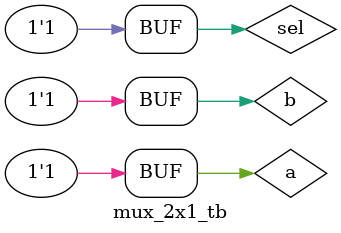
<source format=v>
module mux_2x1(out,sel,a,b);
input a,b,sel;
output out;
wire w1,w2,w3;
not(w1,sel);
and(w2,a,w1);
and(w3,b,sel);
or(out,w2,w3);
endmodule
//Test Bench:
module mux_2x1_tb();
//variables
reg a,b,sel;
wire out;
//to instantiate
mux_2x1 m1(out,sel,a,b);
initial
begin
$monitor($time," SEL=%b A=%b B=%b OUT=%b",sel,a,b,out);
end
initial
begin
	sel=1'b0; a=1'b0; b=1'b0;
	#5 
	sel=1'b1; a=1'b0; b=1'b1;
	#5
        sel=1'b0; a=1'b1; b=1'b0;
	#5 
	sel=1'b1; a=1'b1; b=1'b1;
end
initial
begin
$dumpfile("mux_2x1.dump");
$dumpvars(0,mux_2x1_tb);
end
endmodule

</source>
